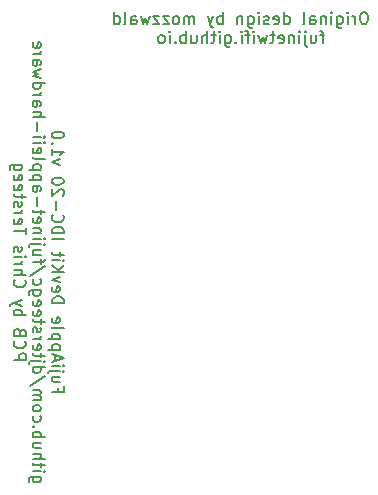
<source format=gbr>
%TF.GenerationSoftware,KiCad,Pcbnew,7.0.9*%
%TF.CreationDate,2024-01-05T00:29:13-06:00*%
%TF.ProjectId,FujiApple-DevKit-IDC-20,46756a69-4170-4706-9c65-2d4465764b69,1.0*%
%TF.SameCoordinates,Original*%
%TF.FileFunction,Legend,Bot*%
%TF.FilePolarity,Positive*%
%FSLAX46Y46*%
G04 Gerber Fmt 4.6, Leading zero omitted, Abs format (unit mm)*
G04 Created by KiCad (PCBNEW 7.0.9) date 2024-01-05 00:29:13*
%MOMM*%
%LPD*%
G01*
G04 APERTURE LIST*
%ADD10C,0.150000*%
G04 APERTURE END LIST*
D10*
X139473990Y-112520666D02*
X139473990Y-112853999D01*
X138950180Y-112853999D02*
X139950180Y-112853999D01*
X139950180Y-112853999D02*
X139950180Y-112377809D01*
X139616847Y-111568285D02*
X138950180Y-111568285D01*
X139616847Y-111996856D02*
X139093038Y-111996856D01*
X139093038Y-111996856D02*
X138997800Y-111949237D01*
X138997800Y-111949237D02*
X138950180Y-111853999D01*
X138950180Y-111853999D02*
X138950180Y-111711142D01*
X138950180Y-111711142D02*
X138997800Y-111615904D01*
X138997800Y-111615904D02*
X139045419Y-111568285D01*
X139616847Y-111092094D02*
X138759704Y-111092094D01*
X138759704Y-111092094D02*
X138664466Y-111139713D01*
X138664466Y-111139713D02*
X138616847Y-111234951D01*
X138616847Y-111234951D02*
X138616847Y-111282570D01*
X139950180Y-111092094D02*
X139902561Y-111139713D01*
X139902561Y-111139713D02*
X139854942Y-111092094D01*
X139854942Y-111092094D02*
X139902561Y-111044475D01*
X139902561Y-111044475D02*
X139950180Y-111092094D01*
X139950180Y-111092094D02*
X139854942Y-111092094D01*
X138950180Y-110615904D02*
X139616847Y-110615904D01*
X139950180Y-110615904D02*
X139902561Y-110663523D01*
X139902561Y-110663523D02*
X139854942Y-110615904D01*
X139854942Y-110615904D02*
X139902561Y-110568285D01*
X139902561Y-110568285D02*
X139950180Y-110615904D01*
X139950180Y-110615904D02*
X139854942Y-110615904D01*
X139235895Y-110187333D02*
X139235895Y-109711143D01*
X138950180Y-110282571D02*
X139950180Y-109949238D01*
X139950180Y-109949238D02*
X138950180Y-109615905D01*
X139616847Y-109282571D02*
X138616847Y-109282571D01*
X139569228Y-109282571D02*
X139616847Y-109187333D01*
X139616847Y-109187333D02*
X139616847Y-108996857D01*
X139616847Y-108996857D02*
X139569228Y-108901619D01*
X139569228Y-108901619D02*
X139521609Y-108854000D01*
X139521609Y-108854000D02*
X139426371Y-108806381D01*
X139426371Y-108806381D02*
X139140657Y-108806381D01*
X139140657Y-108806381D02*
X139045419Y-108854000D01*
X139045419Y-108854000D02*
X138997800Y-108901619D01*
X138997800Y-108901619D02*
X138950180Y-108996857D01*
X138950180Y-108996857D02*
X138950180Y-109187333D01*
X138950180Y-109187333D02*
X138997800Y-109282571D01*
X139616847Y-108377809D02*
X138616847Y-108377809D01*
X139569228Y-108377809D02*
X139616847Y-108282571D01*
X139616847Y-108282571D02*
X139616847Y-108092095D01*
X139616847Y-108092095D02*
X139569228Y-107996857D01*
X139569228Y-107996857D02*
X139521609Y-107949238D01*
X139521609Y-107949238D02*
X139426371Y-107901619D01*
X139426371Y-107901619D02*
X139140657Y-107901619D01*
X139140657Y-107901619D02*
X139045419Y-107949238D01*
X139045419Y-107949238D02*
X138997800Y-107996857D01*
X138997800Y-107996857D02*
X138950180Y-108092095D01*
X138950180Y-108092095D02*
X138950180Y-108282571D01*
X138950180Y-108282571D02*
X138997800Y-108377809D01*
X138950180Y-107330190D02*
X138997800Y-107425428D01*
X138997800Y-107425428D02*
X139093038Y-107473047D01*
X139093038Y-107473047D02*
X139950180Y-107473047D01*
X138997800Y-106568285D02*
X138950180Y-106663523D01*
X138950180Y-106663523D02*
X138950180Y-106853999D01*
X138950180Y-106853999D02*
X138997800Y-106949237D01*
X138997800Y-106949237D02*
X139093038Y-106996856D01*
X139093038Y-106996856D02*
X139473990Y-106996856D01*
X139473990Y-106996856D02*
X139569228Y-106949237D01*
X139569228Y-106949237D02*
X139616847Y-106853999D01*
X139616847Y-106853999D02*
X139616847Y-106663523D01*
X139616847Y-106663523D02*
X139569228Y-106568285D01*
X139569228Y-106568285D02*
X139473990Y-106520666D01*
X139473990Y-106520666D02*
X139378752Y-106520666D01*
X139378752Y-106520666D02*
X139283514Y-106996856D01*
X138950180Y-105330189D02*
X139950180Y-105330189D01*
X139950180Y-105330189D02*
X139950180Y-105092094D01*
X139950180Y-105092094D02*
X139902561Y-104949237D01*
X139902561Y-104949237D02*
X139807323Y-104853999D01*
X139807323Y-104853999D02*
X139712085Y-104806380D01*
X139712085Y-104806380D02*
X139521609Y-104758761D01*
X139521609Y-104758761D02*
X139378752Y-104758761D01*
X139378752Y-104758761D02*
X139188276Y-104806380D01*
X139188276Y-104806380D02*
X139093038Y-104853999D01*
X139093038Y-104853999D02*
X138997800Y-104949237D01*
X138997800Y-104949237D02*
X138950180Y-105092094D01*
X138950180Y-105092094D02*
X138950180Y-105330189D01*
X138997800Y-103949237D02*
X138950180Y-104044475D01*
X138950180Y-104044475D02*
X138950180Y-104234951D01*
X138950180Y-104234951D02*
X138997800Y-104330189D01*
X138997800Y-104330189D02*
X139093038Y-104377808D01*
X139093038Y-104377808D02*
X139473990Y-104377808D01*
X139473990Y-104377808D02*
X139569228Y-104330189D01*
X139569228Y-104330189D02*
X139616847Y-104234951D01*
X139616847Y-104234951D02*
X139616847Y-104044475D01*
X139616847Y-104044475D02*
X139569228Y-103949237D01*
X139569228Y-103949237D02*
X139473990Y-103901618D01*
X139473990Y-103901618D02*
X139378752Y-103901618D01*
X139378752Y-103901618D02*
X139283514Y-104377808D01*
X139616847Y-103568284D02*
X138950180Y-103330189D01*
X138950180Y-103330189D02*
X139616847Y-103092094D01*
X138950180Y-102711141D02*
X139950180Y-102711141D01*
X138950180Y-102139713D02*
X139521609Y-102568284D01*
X139950180Y-102139713D02*
X139378752Y-102711141D01*
X138950180Y-101711141D02*
X139616847Y-101711141D01*
X139950180Y-101711141D02*
X139902561Y-101758760D01*
X139902561Y-101758760D02*
X139854942Y-101711141D01*
X139854942Y-101711141D02*
X139902561Y-101663522D01*
X139902561Y-101663522D02*
X139950180Y-101711141D01*
X139950180Y-101711141D02*
X139854942Y-101711141D01*
X139616847Y-101377808D02*
X139616847Y-100996856D01*
X139950180Y-101234951D02*
X139093038Y-101234951D01*
X139093038Y-101234951D02*
X138997800Y-101187332D01*
X138997800Y-101187332D02*
X138950180Y-101092094D01*
X138950180Y-101092094D02*
X138950180Y-100996856D01*
X138950180Y-99901617D02*
X139950180Y-99901617D01*
X138950180Y-99425427D02*
X139950180Y-99425427D01*
X139950180Y-99425427D02*
X139950180Y-99187332D01*
X139950180Y-99187332D02*
X139902561Y-99044475D01*
X139902561Y-99044475D02*
X139807323Y-98949237D01*
X139807323Y-98949237D02*
X139712085Y-98901618D01*
X139712085Y-98901618D02*
X139521609Y-98853999D01*
X139521609Y-98853999D02*
X139378752Y-98853999D01*
X139378752Y-98853999D02*
X139188276Y-98901618D01*
X139188276Y-98901618D02*
X139093038Y-98949237D01*
X139093038Y-98949237D02*
X138997800Y-99044475D01*
X138997800Y-99044475D02*
X138950180Y-99187332D01*
X138950180Y-99187332D02*
X138950180Y-99425427D01*
X139045419Y-97853999D02*
X138997800Y-97901618D01*
X138997800Y-97901618D02*
X138950180Y-98044475D01*
X138950180Y-98044475D02*
X138950180Y-98139713D01*
X138950180Y-98139713D02*
X138997800Y-98282570D01*
X138997800Y-98282570D02*
X139093038Y-98377808D01*
X139093038Y-98377808D02*
X139188276Y-98425427D01*
X139188276Y-98425427D02*
X139378752Y-98473046D01*
X139378752Y-98473046D02*
X139521609Y-98473046D01*
X139521609Y-98473046D02*
X139712085Y-98425427D01*
X139712085Y-98425427D02*
X139807323Y-98377808D01*
X139807323Y-98377808D02*
X139902561Y-98282570D01*
X139902561Y-98282570D02*
X139950180Y-98139713D01*
X139950180Y-98139713D02*
X139950180Y-98044475D01*
X139950180Y-98044475D02*
X139902561Y-97901618D01*
X139902561Y-97901618D02*
X139854942Y-97853999D01*
X139331133Y-97425427D02*
X139331133Y-96663523D01*
X139854942Y-96234951D02*
X139902561Y-96187332D01*
X139902561Y-96187332D02*
X139950180Y-96092094D01*
X139950180Y-96092094D02*
X139950180Y-95853999D01*
X139950180Y-95853999D02*
X139902561Y-95758761D01*
X139902561Y-95758761D02*
X139854942Y-95711142D01*
X139854942Y-95711142D02*
X139759704Y-95663523D01*
X139759704Y-95663523D02*
X139664466Y-95663523D01*
X139664466Y-95663523D02*
X139521609Y-95711142D01*
X139521609Y-95711142D02*
X138950180Y-96282570D01*
X138950180Y-96282570D02*
X138950180Y-95663523D01*
X139950180Y-95044475D02*
X139950180Y-94949237D01*
X139950180Y-94949237D02*
X139902561Y-94853999D01*
X139902561Y-94853999D02*
X139854942Y-94806380D01*
X139854942Y-94806380D02*
X139759704Y-94758761D01*
X139759704Y-94758761D02*
X139569228Y-94711142D01*
X139569228Y-94711142D02*
X139331133Y-94711142D01*
X139331133Y-94711142D02*
X139140657Y-94758761D01*
X139140657Y-94758761D02*
X139045419Y-94806380D01*
X139045419Y-94806380D02*
X138997800Y-94853999D01*
X138997800Y-94853999D02*
X138950180Y-94949237D01*
X138950180Y-94949237D02*
X138950180Y-95044475D01*
X138950180Y-95044475D02*
X138997800Y-95139713D01*
X138997800Y-95139713D02*
X139045419Y-95187332D01*
X139045419Y-95187332D02*
X139140657Y-95234951D01*
X139140657Y-95234951D02*
X139331133Y-95282570D01*
X139331133Y-95282570D02*
X139569228Y-95282570D01*
X139569228Y-95282570D02*
X139759704Y-95234951D01*
X139759704Y-95234951D02*
X139854942Y-95187332D01*
X139854942Y-95187332D02*
X139902561Y-95139713D01*
X139902561Y-95139713D02*
X139950180Y-95044475D01*
X139616847Y-93615903D02*
X138950180Y-93377808D01*
X138950180Y-93377808D02*
X139616847Y-93139713D01*
X138950180Y-92234951D02*
X138950180Y-92806379D01*
X138950180Y-92520665D02*
X139950180Y-92520665D01*
X139950180Y-92520665D02*
X139807323Y-92615903D01*
X139807323Y-92615903D02*
X139712085Y-92711141D01*
X139712085Y-92711141D02*
X139664466Y-92806379D01*
X139045419Y-91806379D02*
X138997800Y-91758760D01*
X138997800Y-91758760D02*
X138950180Y-91806379D01*
X138950180Y-91806379D02*
X138997800Y-91853998D01*
X138997800Y-91853998D02*
X139045419Y-91806379D01*
X139045419Y-91806379D02*
X138950180Y-91806379D01*
X139950180Y-91139713D02*
X139950180Y-91044475D01*
X139950180Y-91044475D02*
X139902561Y-90949237D01*
X139902561Y-90949237D02*
X139854942Y-90901618D01*
X139854942Y-90901618D02*
X139759704Y-90853999D01*
X139759704Y-90853999D02*
X139569228Y-90806380D01*
X139569228Y-90806380D02*
X139331133Y-90806380D01*
X139331133Y-90806380D02*
X139140657Y-90853999D01*
X139140657Y-90853999D02*
X139045419Y-90901618D01*
X139045419Y-90901618D02*
X138997800Y-90949237D01*
X138997800Y-90949237D02*
X138950180Y-91044475D01*
X138950180Y-91044475D02*
X138950180Y-91139713D01*
X138950180Y-91139713D02*
X138997800Y-91234951D01*
X138997800Y-91234951D02*
X139045419Y-91282570D01*
X139045419Y-91282570D02*
X139140657Y-91330189D01*
X139140657Y-91330189D02*
X139331133Y-91377808D01*
X139331133Y-91377808D02*
X139569228Y-91377808D01*
X139569228Y-91377808D02*
X139759704Y-91330189D01*
X139759704Y-91330189D02*
X139854942Y-91282570D01*
X139854942Y-91282570D02*
X139902561Y-91234951D01*
X139902561Y-91234951D02*
X139950180Y-91139713D01*
X138006847Y-120020667D02*
X137197323Y-120020667D01*
X137197323Y-120020667D02*
X137102085Y-120068286D01*
X137102085Y-120068286D02*
X137054466Y-120115905D01*
X137054466Y-120115905D02*
X137006847Y-120211143D01*
X137006847Y-120211143D02*
X137006847Y-120354000D01*
X137006847Y-120354000D02*
X137054466Y-120449238D01*
X137387800Y-120020667D02*
X137340180Y-120115905D01*
X137340180Y-120115905D02*
X137340180Y-120306381D01*
X137340180Y-120306381D02*
X137387800Y-120401619D01*
X137387800Y-120401619D02*
X137435419Y-120449238D01*
X137435419Y-120449238D02*
X137530657Y-120496857D01*
X137530657Y-120496857D02*
X137816371Y-120496857D01*
X137816371Y-120496857D02*
X137911609Y-120449238D01*
X137911609Y-120449238D02*
X137959228Y-120401619D01*
X137959228Y-120401619D02*
X138006847Y-120306381D01*
X138006847Y-120306381D02*
X138006847Y-120115905D01*
X138006847Y-120115905D02*
X137959228Y-120020667D01*
X137340180Y-119544476D02*
X138006847Y-119544476D01*
X138340180Y-119544476D02*
X138292561Y-119592095D01*
X138292561Y-119592095D02*
X138244942Y-119544476D01*
X138244942Y-119544476D02*
X138292561Y-119496857D01*
X138292561Y-119496857D02*
X138340180Y-119544476D01*
X138340180Y-119544476D02*
X138244942Y-119544476D01*
X138006847Y-119211143D02*
X138006847Y-118830191D01*
X138340180Y-119068286D02*
X137483038Y-119068286D01*
X137483038Y-119068286D02*
X137387800Y-119020667D01*
X137387800Y-119020667D02*
X137340180Y-118925429D01*
X137340180Y-118925429D02*
X137340180Y-118830191D01*
X137340180Y-118496857D02*
X138340180Y-118496857D01*
X137340180Y-118068286D02*
X137863990Y-118068286D01*
X137863990Y-118068286D02*
X137959228Y-118115905D01*
X137959228Y-118115905D02*
X138006847Y-118211143D01*
X138006847Y-118211143D02*
X138006847Y-118354000D01*
X138006847Y-118354000D02*
X137959228Y-118449238D01*
X137959228Y-118449238D02*
X137911609Y-118496857D01*
X138006847Y-117163524D02*
X137340180Y-117163524D01*
X138006847Y-117592095D02*
X137483038Y-117592095D01*
X137483038Y-117592095D02*
X137387800Y-117544476D01*
X137387800Y-117544476D02*
X137340180Y-117449238D01*
X137340180Y-117449238D02*
X137340180Y-117306381D01*
X137340180Y-117306381D02*
X137387800Y-117211143D01*
X137387800Y-117211143D02*
X137435419Y-117163524D01*
X137340180Y-116687333D02*
X138340180Y-116687333D01*
X137959228Y-116687333D02*
X138006847Y-116592095D01*
X138006847Y-116592095D02*
X138006847Y-116401619D01*
X138006847Y-116401619D02*
X137959228Y-116306381D01*
X137959228Y-116306381D02*
X137911609Y-116258762D01*
X137911609Y-116258762D02*
X137816371Y-116211143D01*
X137816371Y-116211143D02*
X137530657Y-116211143D01*
X137530657Y-116211143D02*
X137435419Y-116258762D01*
X137435419Y-116258762D02*
X137387800Y-116306381D01*
X137387800Y-116306381D02*
X137340180Y-116401619D01*
X137340180Y-116401619D02*
X137340180Y-116592095D01*
X137340180Y-116592095D02*
X137387800Y-116687333D01*
X137435419Y-115782571D02*
X137387800Y-115734952D01*
X137387800Y-115734952D02*
X137340180Y-115782571D01*
X137340180Y-115782571D02*
X137387800Y-115830190D01*
X137387800Y-115830190D02*
X137435419Y-115782571D01*
X137435419Y-115782571D02*
X137340180Y-115782571D01*
X137387800Y-114877810D02*
X137340180Y-114973048D01*
X137340180Y-114973048D02*
X137340180Y-115163524D01*
X137340180Y-115163524D02*
X137387800Y-115258762D01*
X137387800Y-115258762D02*
X137435419Y-115306381D01*
X137435419Y-115306381D02*
X137530657Y-115354000D01*
X137530657Y-115354000D02*
X137816371Y-115354000D01*
X137816371Y-115354000D02*
X137911609Y-115306381D01*
X137911609Y-115306381D02*
X137959228Y-115258762D01*
X137959228Y-115258762D02*
X138006847Y-115163524D01*
X138006847Y-115163524D02*
X138006847Y-114973048D01*
X138006847Y-114973048D02*
X137959228Y-114877810D01*
X137340180Y-114306381D02*
X137387800Y-114401619D01*
X137387800Y-114401619D02*
X137435419Y-114449238D01*
X137435419Y-114449238D02*
X137530657Y-114496857D01*
X137530657Y-114496857D02*
X137816371Y-114496857D01*
X137816371Y-114496857D02*
X137911609Y-114449238D01*
X137911609Y-114449238D02*
X137959228Y-114401619D01*
X137959228Y-114401619D02*
X138006847Y-114306381D01*
X138006847Y-114306381D02*
X138006847Y-114163524D01*
X138006847Y-114163524D02*
X137959228Y-114068286D01*
X137959228Y-114068286D02*
X137911609Y-114020667D01*
X137911609Y-114020667D02*
X137816371Y-113973048D01*
X137816371Y-113973048D02*
X137530657Y-113973048D01*
X137530657Y-113973048D02*
X137435419Y-114020667D01*
X137435419Y-114020667D02*
X137387800Y-114068286D01*
X137387800Y-114068286D02*
X137340180Y-114163524D01*
X137340180Y-114163524D02*
X137340180Y-114306381D01*
X137340180Y-113544476D02*
X138006847Y-113544476D01*
X137911609Y-113544476D02*
X137959228Y-113496857D01*
X137959228Y-113496857D02*
X138006847Y-113401619D01*
X138006847Y-113401619D02*
X138006847Y-113258762D01*
X138006847Y-113258762D02*
X137959228Y-113163524D01*
X137959228Y-113163524D02*
X137863990Y-113115905D01*
X137863990Y-113115905D02*
X137340180Y-113115905D01*
X137863990Y-113115905D02*
X137959228Y-113068286D01*
X137959228Y-113068286D02*
X138006847Y-112973048D01*
X138006847Y-112973048D02*
X138006847Y-112830191D01*
X138006847Y-112830191D02*
X137959228Y-112734952D01*
X137959228Y-112734952D02*
X137863990Y-112687333D01*
X137863990Y-112687333D02*
X137340180Y-112687333D01*
X138387800Y-111496858D02*
X137102085Y-112354000D01*
X137340180Y-110734953D02*
X138340180Y-110734953D01*
X137387800Y-110734953D02*
X137340180Y-110830191D01*
X137340180Y-110830191D02*
X137340180Y-111020667D01*
X137340180Y-111020667D02*
X137387800Y-111115905D01*
X137387800Y-111115905D02*
X137435419Y-111163524D01*
X137435419Y-111163524D02*
X137530657Y-111211143D01*
X137530657Y-111211143D02*
X137816371Y-111211143D01*
X137816371Y-111211143D02*
X137911609Y-111163524D01*
X137911609Y-111163524D02*
X137959228Y-111115905D01*
X137959228Y-111115905D02*
X138006847Y-111020667D01*
X138006847Y-111020667D02*
X138006847Y-110830191D01*
X138006847Y-110830191D02*
X137959228Y-110734953D01*
X138006847Y-110258762D02*
X137149704Y-110258762D01*
X137149704Y-110258762D02*
X137054466Y-110306381D01*
X137054466Y-110306381D02*
X137006847Y-110401619D01*
X137006847Y-110401619D02*
X137006847Y-110449238D01*
X138340180Y-110258762D02*
X138292561Y-110306381D01*
X138292561Y-110306381D02*
X138244942Y-110258762D01*
X138244942Y-110258762D02*
X138292561Y-110211143D01*
X138292561Y-110211143D02*
X138340180Y-110258762D01*
X138340180Y-110258762D02*
X138244942Y-110258762D01*
X138006847Y-109925429D02*
X138006847Y-109544477D01*
X138340180Y-109782572D02*
X137483038Y-109782572D01*
X137483038Y-109782572D02*
X137387800Y-109734953D01*
X137387800Y-109734953D02*
X137340180Y-109639715D01*
X137340180Y-109639715D02*
X137340180Y-109544477D01*
X137387800Y-108830191D02*
X137340180Y-108925429D01*
X137340180Y-108925429D02*
X137340180Y-109115905D01*
X137340180Y-109115905D02*
X137387800Y-109211143D01*
X137387800Y-109211143D02*
X137483038Y-109258762D01*
X137483038Y-109258762D02*
X137863990Y-109258762D01*
X137863990Y-109258762D02*
X137959228Y-109211143D01*
X137959228Y-109211143D02*
X138006847Y-109115905D01*
X138006847Y-109115905D02*
X138006847Y-108925429D01*
X138006847Y-108925429D02*
X137959228Y-108830191D01*
X137959228Y-108830191D02*
X137863990Y-108782572D01*
X137863990Y-108782572D02*
X137768752Y-108782572D01*
X137768752Y-108782572D02*
X137673514Y-109258762D01*
X137340180Y-108354000D02*
X138006847Y-108354000D01*
X137816371Y-108354000D02*
X137911609Y-108306381D01*
X137911609Y-108306381D02*
X137959228Y-108258762D01*
X137959228Y-108258762D02*
X138006847Y-108163524D01*
X138006847Y-108163524D02*
X138006847Y-108068286D01*
X137387800Y-107782571D02*
X137340180Y-107687333D01*
X137340180Y-107687333D02*
X137340180Y-107496857D01*
X137340180Y-107496857D02*
X137387800Y-107401619D01*
X137387800Y-107401619D02*
X137483038Y-107354000D01*
X137483038Y-107354000D02*
X137530657Y-107354000D01*
X137530657Y-107354000D02*
X137625895Y-107401619D01*
X137625895Y-107401619D02*
X137673514Y-107496857D01*
X137673514Y-107496857D02*
X137673514Y-107639714D01*
X137673514Y-107639714D02*
X137721133Y-107734952D01*
X137721133Y-107734952D02*
X137816371Y-107782571D01*
X137816371Y-107782571D02*
X137863990Y-107782571D01*
X137863990Y-107782571D02*
X137959228Y-107734952D01*
X137959228Y-107734952D02*
X138006847Y-107639714D01*
X138006847Y-107639714D02*
X138006847Y-107496857D01*
X138006847Y-107496857D02*
X137959228Y-107401619D01*
X138006847Y-107068285D02*
X138006847Y-106687333D01*
X138340180Y-106925428D02*
X137483038Y-106925428D01*
X137483038Y-106925428D02*
X137387800Y-106877809D01*
X137387800Y-106877809D02*
X137340180Y-106782571D01*
X137340180Y-106782571D02*
X137340180Y-106687333D01*
X137387800Y-105973047D02*
X137340180Y-106068285D01*
X137340180Y-106068285D02*
X137340180Y-106258761D01*
X137340180Y-106258761D02*
X137387800Y-106353999D01*
X137387800Y-106353999D02*
X137483038Y-106401618D01*
X137483038Y-106401618D02*
X137863990Y-106401618D01*
X137863990Y-106401618D02*
X137959228Y-106353999D01*
X137959228Y-106353999D02*
X138006847Y-106258761D01*
X138006847Y-106258761D02*
X138006847Y-106068285D01*
X138006847Y-106068285D02*
X137959228Y-105973047D01*
X137959228Y-105973047D02*
X137863990Y-105925428D01*
X137863990Y-105925428D02*
X137768752Y-105925428D01*
X137768752Y-105925428D02*
X137673514Y-106401618D01*
X137387800Y-105115904D02*
X137340180Y-105211142D01*
X137340180Y-105211142D02*
X137340180Y-105401618D01*
X137340180Y-105401618D02*
X137387800Y-105496856D01*
X137387800Y-105496856D02*
X137483038Y-105544475D01*
X137483038Y-105544475D02*
X137863990Y-105544475D01*
X137863990Y-105544475D02*
X137959228Y-105496856D01*
X137959228Y-105496856D02*
X138006847Y-105401618D01*
X138006847Y-105401618D02*
X138006847Y-105211142D01*
X138006847Y-105211142D02*
X137959228Y-105115904D01*
X137959228Y-105115904D02*
X137863990Y-105068285D01*
X137863990Y-105068285D02*
X137768752Y-105068285D01*
X137768752Y-105068285D02*
X137673514Y-105544475D01*
X138006847Y-104211142D02*
X137197323Y-104211142D01*
X137197323Y-104211142D02*
X137102085Y-104258761D01*
X137102085Y-104258761D02*
X137054466Y-104306380D01*
X137054466Y-104306380D02*
X137006847Y-104401618D01*
X137006847Y-104401618D02*
X137006847Y-104544475D01*
X137006847Y-104544475D02*
X137054466Y-104639713D01*
X137387800Y-104211142D02*
X137340180Y-104306380D01*
X137340180Y-104306380D02*
X137340180Y-104496856D01*
X137340180Y-104496856D02*
X137387800Y-104592094D01*
X137387800Y-104592094D02*
X137435419Y-104639713D01*
X137435419Y-104639713D02*
X137530657Y-104687332D01*
X137530657Y-104687332D02*
X137816371Y-104687332D01*
X137816371Y-104687332D02*
X137911609Y-104639713D01*
X137911609Y-104639713D02*
X137959228Y-104592094D01*
X137959228Y-104592094D02*
X138006847Y-104496856D01*
X138006847Y-104496856D02*
X138006847Y-104306380D01*
X138006847Y-104306380D02*
X137959228Y-104211142D01*
X137387800Y-103306380D02*
X137340180Y-103401618D01*
X137340180Y-103401618D02*
X137340180Y-103592094D01*
X137340180Y-103592094D02*
X137387800Y-103687332D01*
X137387800Y-103687332D02*
X137435419Y-103734951D01*
X137435419Y-103734951D02*
X137530657Y-103782570D01*
X137530657Y-103782570D02*
X137816371Y-103782570D01*
X137816371Y-103782570D02*
X137911609Y-103734951D01*
X137911609Y-103734951D02*
X137959228Y-103687332D01*
X137959228Y-103687332D02*
X138006847Y-103592094D01*
X138006847Y-103592094D02*
X138006847Y-103401618D01*
X138006847Y-103401618D02*
X137959228Y-103306380D01*
X138387800Y-102163523D02*
X137102085Y-103020665D01*
X138006847Y-101973046D02*
X138006847Y-101592094D01*
X137340180Y-101830189D02*
X138197323Y-101830189D01*
X138197323Y-101830189D02*
X138292561Y-101782570D01*
X138292561Y-101782570D02*
X138340180Y-101687332D01*
X138340180Y-101687332D02*
X138340180Y-101592094D01*
X138006847Y-100830189D02*
X137340180Y-100830189D01*
X138006847Y-101258760D02*
X137483038Y-101258760D01*
X137483038Y-101258760D02*
X137387800Y-101211141D01*
X137387800Y-101211141D02*
X137340180Y-101115903D01*
X137340180Y-101115903D02*
X137340180Y-100973046D01*
X137340180Y-100973046D02*
X137387800Y-100877808D01*
X137387800Y-100877808D02*
X137435419Y-100830189D01*
X138006847Y-100353998D02*
X137149704Y-100353998D01*
X137149704Y-100353998D02*
X137054466Y-100401617D01*
X137054466Y-100401617D02*
X137006847Y-100496855D01*
X137006847Y-100496855D02*
X137006847Y-100544474D01*
X138340180Y-100353998D02*
X138292561Y-100401617D01*
X138292561Y-100401617D02*
X138244942Y-100353998D01*
X138244942Y-100353998D02*
X138292561Y-100306379D01*
X138292561Y-100306379D02*
X138340180Y-100353998D01*
X138340180Y-100353998D02*
X138244942Y-100353998D01*
X137340180Y-99877808D02*
X138006847Y-99877808D01*
X138340180Y-99877808D02*
X138292561Y-99925427D01*
X138292561Y-99925427D02*
X138244942Y-99877808D01*
X138244942Y-99877808D02*
X138292561Y-99830189D01*
X138292561Y-99830189D02*
X138340180Y-99877808D01*
X138340180Y-99877808D02*
X138244942Y-99877808D01*
X138006847Y-99401618D02*
X137340180Y-99401618D01*
X137911609Y-99401618D02*
X137959228Y-99353999D01*
X137959228Y-99353999D02*
X138006847Y-99258761D01*
X138006847Y-99258761D02*
X138006847Y-99115904D01*
X138006847Y-99115904D02*
X137959228Y-99020666D01*
X137959228Y-99020666D02*
X137863990Y-98973047D01*
X137863990Y-98973047D02*
X137340180Y-98973047D01*
X137387800Y-98115904D02*
X137340180Y-98211142D01*
X137340180Y-98211142D02*
X137340180Y-98401618D01*
X137340180Y-98401618D02*
X137387800Y-98496856D01*
X137387800Y-98496856D02*
X137483038Y-98544475D01*
X137483038Y-98544475D02*
X137863990Y-98544475D01*
X137863990Y-98544475D02*
X137959228Y-98496856D01*
X137959228Y-98496856D02*
X138006847Y-98401618D01*
X138006847Y-98401618D02*
X138006847Y-98211142D01*
X138006847Y-98211142D02*
X137959228Y-98115904D01*
X137959228Y-98115904D02*
X137863990Y-98068285D01*
X137863990Y-98068285D02*
X137768752Y-98068285D01*
X137768752Y-98068285D02*
X137673514Y-98544475D01*
X138006847Y-97782570D02*
X138006847Y-97401618D01*
X138340180Y-97639713D02*
X137483038Y-97639713D01*
X137483038Y-97639713D02*
X137387800Y-97592094D01*
X137387800Y-97592094D02*
X137340180Y-97496856D01*
X137340180Y-97496856D02*
X137340180Y-97401618D01*
X137721133Y-97068284D02*
X137721133Y-96306380D01*
X137340180Y-95401618D02*
X137863990Y-95401618D01*
X137863990Y-95401618D02*
X137959228Y-95449237D01*
X137959228Y-95449237D02*
X138006847Y-95544475D01*
X138006847Y-95544475D02*
X138006847Y-95734951D01*
X138006847Y-95734951D02*
X137959228Y-95830189D01*
X137387800Y-95401618D02*
X137340180Y-95496856D01*
X137340180Y-95496856D02*
X137340180Y-95734951D01*
X137340180Y-95734951D02*
X137387800Y-95830189D01*
X137387800Y-95830189D02*
X137483038Y-95877808D01*
X137483038Y-95877808D02*
X137578276Y-95877808D01*
X137578276Y-95877808D02*
X137673514Y-95830189D01*
X137673514Y-95830189D02*
X137721133Y-95734951D01*
X137721133Y-95734951D02*
X137721133Y-95496856D01*
X137721133Y-95496856D02*
X137768752Y-95401618D01*
X138006847Y-94925427D02*
X137006847Y-94925427D01*
X137959228Y-94925427D02*
X138006847Y-94830189D01*
X138006847Y-94830189D02*
X138006847Y-94639713D01*
X138006847Y-94639713D02*
X137959228Y-94544475D01*
X137959228Y-94544475D02*
X137911609Y-94496856D01*
X137911609Y-94496856D02*
X137816371Y-94449237D01*
X137816371Y-94449237D02*
X137530657Y-94449237D01*
X137530657Y-94449237D02*
X137435419Y-94496856D01*
X137435419Y-94496856D02*
X137387800Y-94544475D01*
X137387800Y-94544475D02*
X137340180Y-94639713D01*
X137340180Y-94639713D02*
X137340180Y-94830189D01*
X137340180Y-94830189D02*
X137387800Y-94925427D01*
X138006847Y-94020665D02*
X137006847Y-94020665D01*
X137959228Y-94020665D02*
X138006847Y-93925427D01*
X138006847Y-93925427D02*
X138006847Y-93734951D01*
X138006847Y-93734951D02*
X137959228Y-93639713D01*
X137959228Y-93639713D02*
X137911609Y-93592094D01*
X137911609Y-93592094D02*
X137816371Y-93544475D01*
X137816371Y-93544475D02*
X137530657Y-93544475D01*
X137530657Y-93544475D02*
X137435419Y-93592094D01*
X137435419Y-93592094D02*
X137387800Y-93639713D01*
X137387800Y-93639713D02*
X137340180Y-93734951D01*
X137340180Y-93734951D02*
X137340180Y-93925427D01*
X137340180Y-93925427D02*
X137387800Y-94020665D01*
X137340180Y-92973046D02*
X137387800Y-93068284D01*
X137387800Y-93068284D02*
X137483038Y-93115903D01*
X137483038Y-93115903D02*
X138340180Y-93115903D01*
X137387800Y-92211141D02*
X137340180Y-92306379D01*
X137340180Y-92306379D02*
X137340180Y-92496855D01*
X137340180Y-92496855D02*
X137387800Y-92592093D01*
X137387800Y-92592093D02*
X137483038Y-92639712D01*
X137483038Y-92639712D02*
X137863990Y-92639712D01*
X137863990Y-92639712D02*
X137959228Y-92592093D01*
X137959228Y-92592093D02*
X138006847Y-92496855D01*
X138006847Y-92496855D02*
X138006847Y-92306379D01*
X138006847Y-92306379D02*
X137959228Y-92211141D01*
X137959228Y-92211141D02*
X137863990Y-92163522D01*
X137863990Y-92163522D02*
X137768752Y-92163522D01*
X137768752Y-92163522D02*
X137673514Y-92639712D01*
X137340180Y-91734950D02*
X138006847Y-91734950D01*
X138340180Y-91734950D02*
X138292561Y-91782569D01*
X138292561Y-91782569D02*
X138244942Y-91734950D01*
X138244942Y-91734950D02*
X138292561Y-91687331D01*
X138292561Y-91687331D02*
X138340180Y-91734950D01*
X138340180Y-91734950D02*
X138244942Y-91734950D01*
X137340180Y-91258760D02*
X138006847Y-91258760D01*
X138340180Y-91258760D02*
X138292561Y-91306379D01*
X138292561Y-91306379D02*
X138244942Y-91258760D01*
X138244942Y-91258760D02*
X138292561Y-91211141D01*
X138292561Y-91211141D02*
X138340180Y-91258760D01*
X138340180Y-91258760D02*
X138244942Y-91258760D01*
X137721133Y-90782570D02*
X137721133Y-90020666D01*
X137340180Y-89544475D02*
X138340180Y-89544475D01*
X137340180Y-89115904D02*
X137863990Y-89115904D01*
X137863990Y-89115904D02*
X137959228Y-89163523D01*
X137959228Y-89163523D02*
X138006847Y-89258761D01*
X138006847Y-89258761D02*
X138006847Y-89401618D01*
X138006847Y-89401618D02*
X137959228Y-89496856D01*
X137959228Y-89496856D02*
X137911609Y-89544475D01*
X137340180Y-88211142D02*
X137863990Y-88211142D01*
X137863990Y-88211142D02*
X137959228Y-88258761D01*
X137959228Y-88258761D02*
X138006847Y-88353999D01*
X138006847Y-88353999D02*
X138006847Y-88544475D01*
X138006847Y-88544475D02*
X137959228Y-88639713D01*
X137387800Y-88211142D02*
X137340180Y-88306380D01*
X137340180Y-88306380D02*
X137340180Y-88544475D01*
X137340180Y-88544475D02*
X137387800Y-88639713D01*
X137387800Y-88639713D02*
X137483038Y-88687332D01*
X137483038Y-88687332D02*
X137578276Y-88687332D01*
X137578276Y-88687332D02*
X137673514Y-88639713D01*
X137673514Y-88639713D02*
X137721133Y-88544475D01*
X137721133Y-88544475D02*
X137721133Y-88306380D01*
X137721133Y-88306380D02*
X137768752Y-88211142D01*
X137340180Y-87734951D02*
X138006847Y-87734951D01*
X137816371Y-87734951D02*
X137911609Y-87687332D01*
X137911609Y-87687332D02*
X137959228Y-87639713D01*
X137959228Y-87639713D02*
X138006847Y-87544475D01*
X138006847Y-87544475D02*
X138006847Y-87449237D01*
X137340180Y-86687332D02*
X138340180Y-86687332D01*
X137387800Y-86687332D02*
X137340180Y-86782570D01*
X137340180Y-86782570D02*
X137340180Y-86973046D01*
X137340180Y-86973046D02*
X137387800Y-87068284D01*
X137387800Y-87068284D02*
X137435419Y-87115903D01*
X137435419Y-87115903D02*
X137530657Y-87163522D01*
X137530657Y-87163522D02*
X137816371Y-87163522D01*
X137816371Y-87163522D02*
X137911609Y-87115903D01*
X137911609Y-87115903D02*
X137959228Y-87068284D01*
X137959228Y-87068284D02*
X138006847Y-86973046D01*
X138006847Y-86973046D02*
X138006847Y-86782570D01*
X138006847Y-86782570D02*
X137959228Y-86687332D01*
X138006847Y-86306379D02*
X137340180Y-86115903D01*
X137340180Y-86115903D02*
X137816371Y-85925427D01*
X137816371Y-85925427D02*
X137340180Y-85734951D01*
X137340180Y-85734951D02*
X138006847Y-85544475D01*
X137340180Y-84734951D02*
X137863990Y-84734951D01*
X137863990Y-84734951D02*
X137959228Y-84782570D01*
X137959228Y-84782570D02*
X138006847Y-84877808D01*
X138006847Y-84877808D02*
X138006847Y-85068284D01*
X138006847Y-85068284D02*
X137959228Y-85163522D01*
X137387800Y-84734951D02*
X137340180Y-84830189D01*
X137340180Y-84830189D02*
X137340180Y-85068284D01*
X137340180Y-85068284D02*
X137387800Y-85163522D01*
X137387800Y-85163522D02*
X137483038Y-85211141D01*
X137483038Y-85211141D02*
X137578276Y-85211141D01*
X137578276Y-85211141D02*
X137673514Y-85163522D01*
X137673514Y-85163522D02*
X137721133Y-85068284D01*
X137721133Y-85068284D02*
X137721133Y-84830189D01*
X137721133Y-84830189D02*
X137768752Y-84734951D01*
X137340180Y-84258760D02*
X138006847Y-84258760D01*
X137816371Y-84258760D02*
X137911609Y-84211141D01*
X137911609Y-84211141D02*
X137959228Y-84163522D01*
X137959228Y-84163522D02*
X138006847Y-84068284D01*
X138006847Y-84068284D02*
X138006847Y-83973046D01*
X137387800Y-83258760D02*
X137340180Y-83353998D01*
X137340180Y-83353998D02*
X137340180Y-83544474D01*
X137340180Y-83544474D02*
X137387800Y-83639712D01*
X137387800Y-83639712D02*
X137483038Y-83687331D01*
X137483038Y-83687331D02*
X137863990Y-83687331D01*
X137863990Y-83687331D02*
X137959228Y-83639712D01*
X137959228Y-83639712D02*
X138006847Y-83544474D01*
X138006847Y-83544474D02*
X138006847Y-83353998D01*
X138006847Y-83353998D02*
X137959228Y-83258760D01*
X137959228Y-83258760D02*
X137863990Y-83211141D01*
X137863990Y-83211141D02*
X137768752Y-83211141D01*
X137768752Y-83211141D02*
X137673514Y-83687331D01*
X135730180Y-110115905D02*
X136730180Y-110115905D01*
X136730180Y-110115905D02*
X136730180Y-109734953D01*
X136730180Y-109734953D02*
X136682561Y-109639715D01*
X136682561Y-109639715D02*
X136634942Y-109592096D01*
X136634942Y-109592096D02*
X136539704Y-109544477D01*
X136539704Y-109544477D02*
X136396847Y-109544477D01*
X136396847Y-109544477D02*
X136301609Y-109592096D01*
X136301609Y-109592096D02*
X136253990Y-109639715D01*
X136253990Y-109639715D02*
X136206371Y-109734953D01*
X136206371Y-109734953D02*
X136206371Y-110115905D01*
X135825419Y-108544477D02*
X135777800Y-108592096D01*
X135777800Y-108592096D02*
X135730180Y-108734953D01*
X135730180Y-108734953D02*
X135730180Y-108830191D01*
X135730180Y-108830191D02*
X135777800Y-108973048D01*
X135777800Y-108973048D02*
X135873038Y-109068286D01*
X135873038Y-109068286D02*
X135968276Y-109115905D01*
X135968276Y-109115905D02*
X136158752Y-109163524D01*
X136158752Y-109163524D02*
X136301609Y-109163524D01*
X136301609Y-109163524D02*
X136492085Y-109115905D01*
X136492085Y-109115905D02*
X136587323Y-109068286D01*
X136587323Y-109068286D02*
X136682561Y-108973048D01*
X136682561Y-108973048D02*
X136730180Y-108830191D01*
X136730180Y-108830191D02*
X136730180Y-108734953D01*
X136730180Y-108734953D02*
X136682561Y-108592096D01*
X136682561Y-108592096D02*
X136634942Y-108544477D01*
X136253990Y-107782572D02*
X136206371Y-107639715D01*
X136206371Y-107639715D02*
X136158752Y-107592096D01*
X136158752Y-107592096D02*
X136063514Y-107544477D01*
X136063514Y-107544477D02*
X135920657Y-107544477D01*
X135920657Y-107544477D02*
X135825419Y-107592096D01*
X135825419Y-107592096D02*
X135777800Y-107639715D01*
X135777800Y-107639715D02*
X135730180Y-107734953D01*
X135730180Y-107734953D02*
X135730180Y-108115905D01*
X135730180Y-108115905D02*
X136730180Y-108115905D01*
X136730180Y-108115905D02*
X136730180Y-107782572D01*
X136730180Y-107782572D02*
X136682561Y-107687334D01*
X136682561Y-107687334D02*
X136634942Y-107639715D01*
X136634942Y-107639715D02*
X136539704Y-107592096D01*
X136539704Y-107592096D02*
X136444466Y-107592096D01*
X136444466Y-107592096D02*
X136349228Y-107639715D01*
X136349228Y-107639715D02*
X136301609Y-107687334D01*
X136301609Y-107687334D02*
X136253990Y-107782572D01*
X136253990Y-107782572D02*
X136253990Y-108115905D01*
X135730180Y-106354000D02*
X136730180Y-106354000D01*
X136349228Y-106354000D02*
X136396847Y-106258762D01*
X136396847Y-106258762D02*
X136396847Y-106068286D01*
X136396847Y-106068286D02*
X136349228Y-105973048D01*
X136349228Y-105973048D02*
X136301609Y-105925429D01*
X136301609Y-105925429D02*
X136206371Y-105877810D01*
X136206371Y-105877810D02*
X135920657Y-105877810D01*
X135920657Y-105877810D02*
X135825419Y-105925429D01*
X135825419Y-105925429D02*
X135777800Y-105973048D01*
X135777800Y-105973048D02*
X135730180Y-106068286D01*
X135730180Y-106068286D02*
X135730180Y-106258762D01*
X135730180Y-106258762D02*
X135777800Y-106354000D01*
X136396847Y-105544476D02*
X135730180Y-105306381D01*
X136396847Y-105068286D02*
X135730180Y-105306381D01*
X135730180Y-105306381D02*
X135492085Y-105401619D01*
X135492085Y-105401619D02*
X135444466Y-105449238D01*
X135444466Y-105449238D02*
X135396847Y-105544476D01*
X135825419Y-103354000D02*
X135777800Y-103401619D01*
X135777800Y-103401619D02*
X135730180Y-103544476D01*
X135730180Y-103544476D02*
X135730180Y-103639714D01*
X135730180Y-103639714D02*
X135777800Y-103782571D01*
X135777800Y-103782571D02*
X135873038Y-103877809D01*
X135873038Y-103877809D02*
X135968276Y-103925428D01*
X135968276Y-103925428D02*
X136158752Y-103973047D01*
X136158752Y-103973047D02*
X136301609Y-103973047D01*
X136301609Y-103973047D02*
X136492085Y-103925428D01*
X136492085Y-103925428D02*
X136587323Y-103877809D01*
X136587323Y-103877809D02*
X136682561Y-103782571D01*
X136682561Y-103782571D02*
X136730180Y-103639714D01*
X136730180Y-103639714D02*
X136730180Y-103544476D01*
X136730180Y-103544476D02*
X136682561Y-103401619D01*
X136682561Y-103401619D02*
X136634942Y-103354000D01*
X135730180Y-102925428D02*
X136730180Y-102925428D01*
X135730180Y-102496857D02*
X136253990Y-102496857D01*
X136253990Y-102496857D02*
X136349228Y-102544476D01*
X136349228Y-102544476D02*
X136396847Y-102639714D01*
X136396847Y-102639714D02*
X136396847Y-102782571D01*
X136396847Y-102782571D02*
X136349228Y-102877809D01*
X136349228Y-102877809D02*
X136301609Y-102925428D01*
X135730180Y-102020666D02*
X136396847Y-102020666D01*
X136206371Y-102020666D02*
X136301609Y-101973047D01*
X136301609Y-101973047D02*
X136349228Y-101925428D01*
X136349228Y-101925428D02*
X136396847Y-101830190D01*
X136396847Y-101830190D02*
X136396847Y-101734952D01*
X135730180Y-101401618D02*
X136396847Y-101401618D01*
X136730180Y-101401618D02*
X136682561Y-101449237D01*
X136682561Y-101449237D02*
X136634942Y-101401618D01*
X136634942Y-101401618D02*
X136682561Y-101353999D01*
X136682561Y-101353999D02*
X136730180Y-101401618D01*
X136730180Y-101401618D02*
X136634942Y-101401618D01*
X135777800Y-100973047D02*
X135730180Y-100877809D01*
X135730180Y-100877809D02*
X135730180Y-100687333D01*
X135730180Y-100687333D02*
X135777800Y-100592095D01*
X135777800Y-100592095D02*
X135873038Y-100544476D01*
X135873038Y-100544476D02*
X135920657Y-100544476D01*
X135920657Y-100544476D02*
X136015895Y-100592095D01*
X136015895Y-100592095D02*
X136063514Y-100687333D01*
X136063514Y-100687333D02*
X136063514Y-100830190D01*
X136063514Y-100830190D02*
X136111133Y-100925428D01*
X136111133Y-100925428D02*
X136206371Y-100973047D01*
X136206371Y-100973047D02*
X136253990Y-100973047D01*
X136253990Y-100973047D02*
X136349228Y-100925428D01*
X136349228Y-100925428D02*
X136396847Y-100830190D01*
X136396847Y-100830190D02*
X136396847Y-100687333D01*
X136396847Y-100687333D02*
X136349228Y-100592095D01*
X136730180Y-99496856D02*
X136730180Y-98925428D01*
X135730180Y-99211142D02*
X136730180Y-99211142D01*
X135777800Y-98211142D02*
X135730180Y-98306380D01*
X135730180Y-98306380D02*
X135730180Y-98496856D01*
X135730180Y-98496856D02*
X135777800Y-98592094D01*
X135777800Y-98592094D02*
X135873038Y-98639713D01*
X135873038Y-98639713D02*
X136253990Y-98639713D01*
X136253990Y-98639713D02*
X136349228Y-98592094D01*
X136349228Y-98592094D02*
X136396847Y-98496856D01*
X136396847Y-98496856D02*
X136396847Y-98306380D01*
X136396847Y-98306380D02*
X136349228Y-98211142D01*
X136349228Y-98211142D02*
X136253990Y-98163523D01*
X136253990Y-98163523D02*
X136158752Y-98163523D01*
X136158752Y-98163523D02*
X136063514Y-98639713D01*
X135730180Y-97734951D02*
X136396847Y-97734951D01*
X136206371Y-97734951D02*
X136301609Y-97687332D01*
X136301609Y-97687332D02*
X136349228Y-97639713D01*
X136349228Y-97639713D02*
X136396847Y-97544475D01*
X136396847Y-97544475D02*
X136396847Y-97449237D01*
X135777800Y-97163522D02*
X135730180Y-97068284D01*
X135730180Y-97068284D02*
X135730180Y-96877808D01*
X135730180Y-96877808D02*
X135777800Y-96782570D01*
X135777800Y-96782570D02*
X135873038Y-96734951D01*
X135873038Y-96734951D02*
X135920657Y-96734951D01*
X135920657Y-96734951D02*
X136015895Y-96782570D01*
X136015895Y-96782570D02*
X136063514Y-96877808D01*
X136063514Y-96877808D02*
X136063514Y-97020665D01*
X136063514Y-97020665D02*
X136111133Y-97115903D01*
X136111133Y-97115903D02*
X136206371Y-97163522D01*
X136206371Y-97163522D02*
X136253990Y-97163522D01*
X136253990Y-97163522D02*
X136349228Y-97115903D01*
X136349228Y-97115903D02*
X136396847Y-97020665D01*
X136396847Y-97020665D02*
X136396847Y-96877808D01*
X136396847Y-96877808D02*
X136349228Y-96782570D01*
X136396847Y-96449236D02*
X136396847Y-96068284D01*
X136730180Y-96306379D02*
X135873038Y-96306379D01*
X135873038Y-96306379D02*
X135777800Y-96258760D01*
X135777800Y-96258760D02*
X135730180Y-96163522D01*
X135730180Y-96163522D02*
X135730180Y-96068284D01*
X135777800Y-95353998D02*
X135730180Y-95449236D01*
X135730180Y-95449236D02*
X135730180Y-95639712D01*
X135730180Y-95639712D02*
X135777800Y-95734950D01*
X135777800Y-95734950D02*
X135873038Y-95782569D01*
X135873038Y-95782569D02*
X136253990Y-95782569D01*
X136253990Y-95782569D02*
X136349228Y-95734950D01*
X136349228Y-95734950D02*
X136396847Y-95639712D01*
X136396847Y-95639712D02*
X136396847Y-95449236D01*
X136396847Y-95449236D02*
X136349228Y-95353998D01*
X136349228Y-95353998D02*
X136253990Y-95306379D01*
X136253990Y-95306379D02*
X136158752Y-95306379D01*
X136158752Y-95306379D02*
X136063514Y-95782569D01*
X135777800Y-94496855D02*
X135730180Y-94592093D01*
X135730180Y-94592093D02*
X135730180Y-94782569D01*
X135730180Y-94782569D02*
X135777800Y-94877807D01*
X135777800Y-94877807D02*
X135873038Y-94925426D01*
X135873038Y-94925426D02*
X136253990Y-94925426D01*
X136253990Y-94925426D02*
X136349228Y-94877807D01*
X136349228Y-94877807D02*
X136396847Y-94782569D01*
X136396847Y-94782569D02*
X136396847Y-94592093D01*
X136396847Y-94592093D02*
X136349228Y-94496855D01*
X136349228Y-94496855D02*
X136253990Y-94449236D01*
X136253990Y-94449236D02*
X136158752Y-94449236D01*
X136158752Y-94449236D02*
X136063514Y-94925426D01*
X136396847Y-93592093D02*
X135587323Y-93592093D01*
X135587323Y-93592093D02*
X135492085Y-93639712D01*
X135492085Y-93639712D02*
X135444466Y-93687331D01*
X135444466Y-93687331D02*
X135396847Y-93782569D01*
X135396847Y-93782569D02*
X135396847Y-93925426D01*
X135396847Y-93925426D02*
X135444466Y-94020664D01*
X135777800Y-93592093D02*
X135730180Y-93687331D01*
X135730180Y-93687331D02*
X135730180Y-93877807D01*
X135730180Y-93877807D02*
X135777800Y-93973045D01*
X135777800Y-93973045D02*
X135825419Y-94020664D01*
X135825419Y-94020664D02*
X135920657Y-94068283D01*
X135920657Y-94068283D02*
X136206371Y-94068283D01*
X136206371Y-94068283D02*
X136301609Y-94020664D01*
X136301609Y-94020664D02*
X136349228Y-93973045D01*
X136349228Y-93973045D02*
X136396847Y-93877807D01*
X136396847Y-93877807D02*
X136396847Y-93687331D01*
X136396847Y-93687331D02*
X136349228Y-93592093D01*
X165463810Y-80698819D02*
X165273334Y-80698819D01*
X165273334Y-80698819D02*
X165178096Y-80746438D01*
X165178096Y-80746438D02*
X165082858Y-80841676D01*
X165082858Y-80841676D02*
X165035239Y-81032152D01*
X165035239Y-81032152D02*
X165035239Y-81365485D01*
X165035239Y-81365485D02*
X165082858Y-81555961D01*
X165082858Y-81555961D02*
X165178096Y-81651200D01*
X165178096Y-81651200D02*
X165273334Y-81698819D01*
X165273334Y-81698819D02*
X165463810Y-81698819D01*
X165463810Y-81698819D02*
X165559048Y-81651200D01*
X165559048Y-81651200D02*
X165654286Y-81555961D01*
X165654286Y-81555961D02*
X165701905Y-81365485D01*
X165701905Y-81365485D02*
X165701905Y-81032152D01*
X165701905Y-81032152D02*
X165654286Y-80841676D01*
X165654286Y-80841676D02*
X165559048Y-80746438D01*
X165559048Y-80746438D02*
X165463810Y-80698819D01*
X164606667Y-81698819D02*
X164606667Y-81032152D01*
X164606667Y-81222628D02*
X164559048Y-81127390D01*
X164559048Y-81127390D02*
X164511429Y-81079771D01*
X164511429Y-81079771D02*
X164416191Y-81032152D01*
X164416191Y-81032152D02*
X164320953Y-81032152D01*
X163987619Y-81698819D02*
X163987619Y-81032152D01*
X163987619Y-80698819D02*
X164035238Y-80746438D01*
X164035238Y-80746438D02*
X163987619Y-80794057D01*
X163987619Y-80794057D02*
X163940000Y-80746438D01*
X163940000Y-80746438D02*
X163987619Y-80698819D01*
X163987619Y-80698819D02*
X163987619Y-80794057D01*
X163082858Y-81032152D02*
X163082858Y-81841676D01*
X163082858Y-81841676D02*
X163130477Y-81936914D01*
X163130477Y-81936914D02*
X163178096Y-81984533D01*
X163178096Y-81984533D02*
X163273334Y-82032152D01*
X163273334Y-82032152D02*
X163416191Y-82032152D01*
X163416191Y-82032152D02*
X163511429Y-81984533D01*
X163082858Y-81651200D02*
X163178096Y-81698819D01*
X163178096Y-81698819D02*
X163368572Y-81698819D01*
X163368572Y-81698819D02*
X163463810Y-81651200D01*
X163463810Y-81651200D02*
X163511429Y-81603580D01*
X163511429Y-81603580D02*
X163559048Y-81508342D01*
X163559048Y-81508342D02*
X163559048Y-81222628D01*
X163559048Y-81222628D02*
X163511429Y-81127390D01*
X163511429Y-81127390D02*
X163463810Y-81079771D01*
X163463810Y-81079771D02*
X163368572Y-81032152D01*
X163368572Y-81032152D02*
X163178096Y-81032152D01*
X163178096Y-81032152D02*
X163082858Y-81079771D01*
X162606667Y-81698819D02*
X162606667Y-81032152D01*
X162606667Y-80698819D02*
X162654286Y-80746438D01*
X162654286Y-80746438D02*
X162606667Y-80794057D01*
X162606667Y-80794057D02*
X162559048Y-80746438D01*
X162559048Y-80746438D02*
X162606667Y-80698819D01*
X162606667Y-80698819D02*
X162606667Y-80794057D01*
X162130477Y-81032152D02*
X162130477Y-81698819D01*
X162130477Y-81127390D02*
X162082858Y-81079771D01*
X162082858Y-81079771D02*
X161987620Y-81032152D01*
X161987620Y-81032152D02*
X161844763Y-81032152D01*
X161844763Y-81032152D02*
X161749525Y-81079771D01*
X161749525Y-81079771D02*
X161701906Y-81175009D01*
X161701906Y-81175009D02*
X161701906Y-81698819D01*
X160797144Y-81698819D02*
X160797144Y-81175009D01*
X160797144Y-81175009D02*
X160844763Y-81079771D01*
X160844763Y-81079771D02*
X160940001Y-81032152D01*
X160940001Y-81032152D02*
X161130477Y-81032152D01*
X161130477Y-81032152D02*
X161225715Y-81079771D01*
X160797144Y-81651200D02*
X160892382Y-81698819D01*
X160892382Y-81698819D02*
X161130477Y-81698819D01*
X161130477Y-81698819D02*
X161225715Y-81651200D01*
X161225715Y-81651200D02*
X161273334Y-81555961D01*
X161273334Y-81555961D02*
X161273334Y-81460723D01*
X161273334Y-81460723D02*
X161225715Y-81365485D01*
X161225715Y-81365485D02*
X161130477Y-81317866D01*
X161130477Y-81317866D02*
X160892382Y-81317866D01*
X160892382Y-81317866D02*
X160797144Y-81270247D01*
X160178096Y-81698819D02*
X160273334Y-81651200D01*
X160273334Y-81651200D02*
X160320953Y-81555961D01*
X160320953Y-81555961D02*
X160320953Y-80698819D01*
X158606667Y-81698819D02*
X158606667Y-80698819D01*
X158606667Y-81651200D02*
X158701905Y-81698819D01*
X158701905Y-81698819D02*
X158892381Y-81698819D01*
X158892381Y-81698819D02*
X158987619Y-81651200D01*
X158987619Y-81651200D02*
X159035238Y-81603580D01*
X159035238Y-81603580D02*
X159082857Y-81508342D01*
X159082857Y-81508342D02*
X159082857Y-81222628D01*
X159082857Y-81222628D02*
X159035238Y-81127390D01*
X159035238Y-81127390D02*
X158987619Y-81079771D01*
X158987619Y-81079771D02*
X158892381Y-81032152D01*
X158892381Y-81032152D02*
X158701905Y-81032152D01*
X158701905Y-81032152D02*
X158606667Y-81079771D01*
X157749524Y-81651200D02*
X157844762Y-81698819D01*
X157844762Y-81698819D02*
X158035238Y-81698819D01*
X158035238Y-81698819D02*
X158130476Y-81651200D01*
X158130476Y-81651200D02*
X158178095Y-81555961D01*
X158178095Y-81555961D02*
X158178095Y-81175009D01*
X158178095Y-81175009D02*
X158130476Y-81079771D01*
X158130476Y-81079771D02*
X158035238Y-81032152D01*
X158035238Y-81032152D02*
X157844762Y-81032152D01*
X157844762Y-81032152D02*
X157749524Y-81079771D01*
X157749524Y-81079771D02*
X157701905Y-81175009D01*
X157701905Y-81175009D02*
X157701905Y-81270247D01*
X157701905Y-81270247D02*
X158178095Y-81365485D01*
X157320952Y-81651200D02*
X157225714Y-81698819D01*
X157225714Y-81698819D02*
X157035238Y-81698819D01*
X157035238Y-81698819D02*
X156940000Y-81651200D01*
X156940000Y-81651200D02*
X156892381Y-81555961D01*
X156892381Y-81555961D02*
X156892381Y-81508342D01*
X156892381Y-81508342D02*
X156940000Y-81413104D01*
X156940000Y-81413104D02*
X157035238Y-81365485D01*
X157035238Y-81365485D02*
X157178095Y-81365485D01*
X157178095Y-81365485D02*
X157273333Y-81317866D01*
X157273333Y-81317866D02*
X157320952Y-81222628D01*
X157320952Y-81222628D02*
X157320952Y-81175009D01*
X157320952Y-81175009D02*
X157273333Y-81079771D01*
X157273333Y-81079771D02*
X157178095Y-81032152D01*
X157178095Y-81032152D02*
X157035238Y-81032152D01*
X157035238Y-81032152D02*
X156940000Y-81079771D01*
X156463809Y-81698819D02*
X156463809Y-81032152D01*
X156463809Y-80698819D02*
X156511428Y-80746438D01*
X156511428Y-80746438D02*
X156463809Y-80794057D01*
X156463809Y-80794057D02*
X156416190Y-80746438D01*
X156416190Y-80746438D02*
X156463809Y-80698819D01*
X156463809Y-80698819D02*
X156463809Y-80794057D01*
X155559048Y-81032152D02*
X155559048Y-81841676D01*
X155559048Y-81841676D02*
X155606667Y-81936914D01*
X155606667Y-81936914D02*
X155654286Y-81984533D01*
X155654286Y-81984533D02*
X155749524Y-82032152D01*
X155749524Y-82032152D02*
X155892381Y-82032152D01*
X155892381Y-82032152D02*
X155987619Y-81984533D01*
X155559048Y-81651200D02*
X155654286Y-81698819D01*
X155654286Y-81698819D02*
X155844762Y-81698819D01*
X155844762Y-81698819D02*
X155940000Y-81651200D01*
X155940000Y-81651200D02*
X155987619Y-81603580D01*
X155987619Y-81603580D02*
X156035238Y-81508342D01*
X156035238Y-81508342D02*
X156035238Y-81222628D01*
X156035238Y-81222628D02*
X155987619Y-81127390D01*
X155987619Y-81127390D02*
X155940000Y-81079771D01*
X155940000Y-81079771D02*
X155844762Y-81032152D01*
X155844762Y-81032152D02*
X155654286Y-81032152D01*
X155654286Y-81032152D02*
X155559048Y-81079771D01*
X155082857Y-81032152D02*
X155082857Y-81698819D01*
X155082857Y-81127390D02*
X155035238Y-81079771D01*
X155035238Y-81079771D02*
X154940000Y-81032152D01*
X154940000Y-81032152D02*
X154797143Y-81032152D01*
X154797143Y-81032152D02*
X154701905Y-81079771D01*
X154701905Y-81079771D02*
X154654286Y-81175009D01*
X154654286Y-81175009D02*
X154654286Y-81698819D01*
X153416190Y-81698819D02*
X153416190Y-80698819D01*
X153416190Y-81079771D02*
X153320952Y-81032152D01*
X153320952Y-81032152D02*
X153130476Y-81032152D01*
X153130476Y-81032152D02*
X153035238Y-81079771D01*
X153035238Y-81079771D02*
X152987619Y-81127390D01*
X152987619Y-81127390D02*
X152940000Y-81222628D01*
X152940000Y-81222628D02*
X152940000Y-81508342D01*
X152940000Y-81508342D02*
X152987619Y-81603580D01*
X152987619Y-81603580D02*
X153035238Y-81651200D01*
X153035238Y-81651200D02*
X153130476Y-81698819D01*
X153130476Y-81698819D02*
X153320952Y-81698819D01*
X153320952Y-81698819D02*
X153416190Y-81651200D01*
X152606666Y-81032152D02*
X152368571Y-81698819D01*
X152130476Y-81032152D02*
X152368571Y-81698819D01*
X152368571Y-81698819D02*
X152463809Y-81936914D01*
X152463809Y-81936914D02*
X152511428Y-81984533D01*
X152511428Y-81984533D02*
X152606666Y-82032152D01*
X150987618Y-81698819D02*
X150987618Y-81032152D01*
X150987618Y-81127390D02*
X150939999Y-81079771D01*
X150939999Y-81079771D02*
X150844761Y-81032152D01*
X150844761Y-81032152D02*
X150701904Y-81032152D01*
X150701904Y-81032152D02*
X150606666Y-81079771D01*
X150606666Y-81079771D02*
X150559047Y-81175009D01*
X150559047Y-81175009D02*
X150559047Y-81698819D01*
X150559047Y-81175009D02*
X150511428Y-81079771D01*
X150511428Y-81079771D02*
X150416190Y-81032152D01*
X150416190Y-81032152D02*
X150273333Y-81032152D01*
X150273333Y-81032152D02*
X150178094Y-81079771D01*
X150178094Y-81079771D02*
X150130475Y-81175009D01*
X150130475Y-81175009D02*
X150130475Y-81698819D01*
X149511428Y-81698819D02*
X149606666Y-81651200D01*
X149606666Y-81651200D02*
X149654285Y-81603580D01*
X149654285Y-81603580D02*
X149701904Y-81508342D01*
X149701904Y-81508342D02*
X149701904Y-81222628D01*
X149701904Y-81222628D02*
X149654285Y-81127390D01*
X149654285Y-81127390D02*
X149606666Y-81079771D01*
X149606666Y-81079771D02*
X149511428Y-81032152D01*
X149511428Y-81032152D02*
X149368571Y-81032152D01*
X149368571Y-81032152D02*
X149273333Y-81079771D01*
X149273333Y-81079771D02*
X149225714Y-81127390D01*
X149225714Y-81127390D02*
X149178095Y-81222628D01*
X149178095Y-81222628D02*
X149178095Y-81508342D01*
X149178095Y-81508342D02*
X149225714Y-81603580D01*
X149225714Y-81603580D02*
X149273333Y-81651200D01*
X149273333Y-81651200D02*
X149368571Y-81698819D01*
X149368571Y-81698819D02*
X149511428Y-81698819D01*
X148844761Y-81032152D02*
X148320952Y-81032152D01*
X148320952Y-81032152D02*
X148844761Y-81698819D01*
X148844761Y-81698819D02*
X148320952Y-81698819D01*
X148035237Y-81032152D02*
X147511428Y-81032152D01*
X147511428Y-81032152D02*
X148035237Y-81698819D01*
X148035237Y-81698819D02*
X147511428Y-81698819D01*
X147225713Y-81032152D02*
X147035237Y-81698819D01*
X147035237Y-81698819D02*
X146844761Y-81222628D01*
X146844761Y-81222628D02*
X146654285Y-81698819D01*
X146654285Y-81698819D02*
X146463809Y-81032152D01*
X145654285Y-81698819D02*
X145654285Y-81175009D01*
X145654285Y-81175009D02*
X145701904Y-81079771D01*
X145701904Y-81079771D02*
X145797142Y-81032152D01*
X145797142Y-81032152D02*
X145987618Y-81032152D01*
X145987618Y-81032152D02*
X146082856Y-81079771D01*
X145654285Y-81651200D02*
X145749523Y-81698819D01*
X145749523Y-81698819D02*
X145987618Y-81698819D01*
X145987618Y-81698819D02*
X146082856Y-81651200D01*
X146082856Y-81651200D02*
X146130475Y-81555961D01*
X146130475Y-81555961D02*
X146130475Y-81460723D01*
X146130475Y-81460723D02*
X146082856Y-81365485D01*
X146082856Y-81365485D02*
X145987618Y-81317866D01*
X145987618Y-81317866D02*
X145749523Y-81317866D01*
X145749523Y-81317866D02*
X145654285Y-81270247D01*
X145035237Y-81698819D02*
X145130475Y-81651200D01*
X145130475Y-81651200D02*
X145178094Y-81555961D01*
X145178094Y-81555961D02*
X145178094Y-80698819D01*
X144225713Y-81698819D02*
X144225713Y-80698819D01*
X144225713Y-81651200D02*
X144320951Y-81698819D01*
X144320951Y-81698819D02*
X144511427Y-81698819D01*
X144511427Y-81698819D02*
X144606665Y-81651200D01*
X144606665Y-81651200D02*
X144654284Y-81603580D01*
X144654284Y-81603580D02*
X144701903Y-81508342D01*
X144701903Y-81508342D02*
X144701903Y-81222628D01*
X144701903Y-81222628D02*
X144654284Y-81127390D01*
X144654284Y-81127390D02*
X144606665Y-81079771D01*
X144606665Y-81079771D02*
X144511427Y-81032152D01*
X144511427Y-81032152D02*
X144320951Y-81032152D01*
X144320951Y-81032152D02*
X144225713Y-81079771D01*
X162011427Y-82642152D02*
X161630475Y-82642152D01*
X161868570Y-83308819D02*
X161868570Y-82451676D01*
X161868570Y-82451676D02*
X161820951Y-82356438D01*
X161820951Y-82356438D02*
X161725713Y-82308819D01*
X161725713Y-82308819D02*
X161630475Y-82308819D01*
X160868570Y-82642152D02*
X160868570Y-83308819D01*
X161297141Y-82642152D02*
X161297141Y-83165961D01*
X161297141Y-83165961D02*
X161249522Y-83261200D01*
X161249522Y-83261200D02*
X161154284Y-83308819D01*
X161154284Y-83308819D02*
X161011427Y-83308819D01*
X161011427Y-83308819D02*
X160916189Y-83261200D01*
X160916189Y-83261200D02*
X160868570Y-83213580D01*
X160392379Y-82642152D02*
X160392379Y-83499295D01*
X160392379Y-83499295D02*
X160439998Y-83594533D01*
X160439998Y-83594533D02*
X160535236Y-83642152D01*
X160535236Y-83642152D02*
X160582855Y-83642152D01*
X160392379Y-82308819D02*
X160439998Y-82356438D01*
X160439998Y-82356438D02*
X160392379Y-82404057D01*
X160392379Y-82404057D02*
X160344760Y-82356438D01*
X160344760Y-82356438D02*
X160392379Y-82308819D01*
X160392379Y-82308819D02*
X160392379Y-82404057D01*
X159916189Y-83308819D02*
X159916189Y-82642152D01*
X159916189Y-82308819D02*
X159963808Y-82356438D01*
X159963808Y-82356438D02*
X159916189Y-82404057D01*
X159916189Y-82404057D02*
X159868570Y-82356438D01*
X159868570Y-82356438D02*
X159916189Y-82308819D01*
X159916189Y-82308819D02*
X159916189Y-82404057D01*
X159439999Y-82642152D02*
X159439999Y-83308819D01*
X159439999Y-82737390D02*
X159392380Y-82689771D01*
X159392380Y-82689771D02*
X159297142Y-82642152D01*
X159297142Y-82642152D02*
X159154285Y-82642152D01*
X159154285Y-82642152D02*
X159059047Y-82689771D01*
X159059047Y-82689771D02*
X159011428Y-82785009D01*
X159011428Y-82785009D02*
X159011428Y-83308819D01*
X158154285Y-83261200D02*
X158249523Y-83308819D01*
X158249523Y-83308819D02*
X158439999Y-83308819D01*
X158439999Y-83308819D02*
X158535237Y-83261200D01*
X158535237Y-83261200D02*
X158582856Y-83165961D01*
X158582856Y-83165961D02*
X158582856Y-82785009D01*
X158582856Y-82785009D02*
X158535237Y-82689771D01*
X158535237Y-82689771D02*
X158439999Y-82642152D01*
X158439999Y-82642152D02*
X158249523Y-82642152D01*
X158249523Y-82642152D02*
X158154285Y-82689771D01*
X158154285Y-82689771D02*
X158106666Y-82785009D01*
X158106666Y-82785009D02*
X158106666Y-82880247D01*
X158106666Y-82880247D02*
X158582856Y-82975485D01*
X157820951Y-82642152D02*
X157439999Y-82642152D01*
X157678094Y-82308819D02*
X157678094Y-83165961D01*
X157678094Y-83165961D02*
X157630475Y-83261200D01*
X157630475Y-83261200D02*
X157535237Y-83308819D01*
X157535237Y-83308819D02*
X157439999Y-83308819D01*
X157201903Y-82642152D02*
X157011427Y-83308819D01*
X157011427Y-83308819D02*
X156820951Y-82832628D01*
X156820951Y-82832628D02*
X156630475Y-83308819D01*
X156630475Y-83308819D02*
X156439999Y-82642152D01*
X156059046Y-83308819D02*
X156059046Y-82642152D01*
X156059046Y-82308819D02*
X156106665Y-82356438D01*
X156106665Y-82356438D02*
X156059046Y-82404057D01*
X156059046Y-82404057D02*
X156011427Y-82356438D01*
X156011427Y-82356438D02*
X156059046Y-82308819D01*
X156059046Y-82308819D02*
X156059046Y-82404057D01*
X155725713Y-82642152D02*
X155344761Y-82642152D01*
X155582856Y-83308819D02*
X155582856Y-82451676D01*
X155582856Y-82451676D02*
X155535237Y-82356438D01*
X155535237Y-82356438D02*
X155439999Y-82308819D01*
X155439999Y-82308819D02*
X155344761Y-82308819D01*
X155011427Y-83308819D02*
X155011427Y-82642152D01*
X155011427Y-82308819D02*
X155059046Y-82356438D01*
X155059046Y-82356438D02*
X155011427Y-82404057D01*
X155011427Y-82404057D02*
X154963808Y-82356438D01*
X154963808Y-82356438D02*
X155011427Y-82308819D01*
X155011427Y-82308819D02*
X155011427Y-82404057D01*
X154535237Y-83213580D02*
X154487618Y-83261200D01*
X154487618Y-83261200D02*
X154535237Y-83308819D01*
X154535237Y-83308819D02*
X154582856Y-83261200D01*
X154582856Y-83261200D02*
X154535237Y-83213580D01*
X154535237Y-83213580D02*
X154535237Y-83308819D01*
X153630476Y-82642152D02*
X153630476Y-83451676D01*
X153630476Y-83451676D02*
X153678095Y-83546914D01*
X153678095Y-83546914D02*
X153725714Y-83594533D01*
X153725714Y-83594533D02*
X153820952Y-83642152D01*
X153820952Y-83642152D02*
X153963809Y-83642152D01*
X153963809Y-83642152D02*
X154059047Y-83594533D01*
X153630476Y-83261200D02*
X153725714Y-83308819D01*
X153725714Y-83308819D02*
X153916190Y-83308819D01*
X153916190Y-83308819D02*
X154011428Y-83261200D01*
X154011428Y-83261200D02*
X154059047Y-83213580D01*
X154059047Y-83213580D02*
X154106666Y-83118342D01*
X154106666Y-83118342D02*
X154106666Y-82832628D01*
X154106666Y-82832628D02*
X154059047Y-82737390D01*
X154059047Y-82737390D02*
X154011428Y-82689771D01*
X154011428Y-82689771D02*
X153916190Y-82642152D01*
X153916190Y-82642152D02*
X153725714Y-82642152D01*
X153725714Y-82642152D02*
X153630476Y-82689771D01*
X153154285Y-83308819D02*
X153154285Y-82642152D01*
X153154285Y-82308819D02*
X153201904Y-82356438D01*
X153201904Y-82356438D02*
X153154285Y-82404057D01*
X153154285Y-82404057D02*
X153106666Y-82356438D01*
X153106666Y-82356438D02*
X153154285Y-82308819D01*
X153154285Y-82308819D02*
X153154285Y-82404057D01*
X152820952Y-82642152D02*
X152440000Y-82642152D01*
X152678095Y-82308819D02*
X152678095Y-83165961D01*
X152678095Y-83165961D02*
X152630476Y-83261200D01*
X152630476Y-83261200D02*
X152535238Y-83308819D01*
X152535238Y-83308819D02*
X152440000Y-83308819D01*
X152106666Y-83308819D02*
X152106666Y-82308819D01*
X151678095Y-83308819D02*
X151678095Y-82785009D01*
X151678095Y-82785009D02*
X151725714Y-82689771D01*
X151725714Y-82689771D02*
X151820952Y-82642152D01*
X151820952Y-82642152D02*
X151963809Y-82642152D01*
X151963809Y-82642152D02*
X152059047Y-82689771D01*
X152059047Y-82689771D02*
X152106666Y-82737390D01*
X150773333Y-82642152D02*
X150773333Y-83308819D01*
X151201904Y-82642152D02*
X151201904Y-83165961D01*
X151201904Y-83165961D02*
X151154285Y-83261200D01*
X151154285Y-83261200D02*
X151059047Y-83308819D01*
X151059047Y-83308819D02*
X150916190Y-83308819D01*
X150916190Y-83308819D02*
X150820952Y-83261200D01*
X150820952Y-83261200D02*
X150773333Y-83213580D01*
X150297142Y-83308819D02*
X150297142Y-82308819D01*
X150297142Y-82689771D02*
X150201904Y-82642152D01*
X150201904Y-82642152D02*
X150011428Y-82642152D01*
X150011428Y-82642152D02*
X149916190Y-82689771D01*
X149916190Y-82689771D02*
X149868571Y-82737390D01*
X149868571Y-82737390D02*
X149820952Y-82832628D01*
X149820952Y-82832628D02*
X149820952Y-83118342D01*
X149820952Y-83118342D02*
X149868571Y-83213580D01*
X149868571Y-83213580D02*
X149916190Y-83261200D01*
X149916190Y-83261200D02*
X150011428Y-83308819D01*
X150011428Y-83308819D02*
X150201904Y-83308819D01*
X150201904Y-83308819D02*
X150297142Y-83261200D01*
X149392380Y-83213580D02*
X149344761Y-83261200D01*
X149344761Y-83261200D02*
X149392380Y-83308819D01*
X149392380Y-83308819D02*
X149439999Y-83261200D01*
X149439999Y-83261200D02*
X149392380Y-83213580D01*
X149392380Y-83213580D02*
X149392380Y-83308819D01*
X148916190Y-83308819D02*
X148916190Y-82642152D01*
X148916190Y-82308819D02*
X148963809Y-82356438D01*
X148963809Y-82356438D02*
X148916190Y-82404057D01*
X148916190Y-82404057D02*
X148868571Y-82356438D01*
X148868571Y-82356438D02*
X148916190Y-82308819D01*
X148916190Y-82308819D02*
X148916190Y-82404057D01*
X148297143Y-83308819D02*
X148392381Y-83261200D01*
X148392381Y-83261200D02*
X148440000Y-83213580D01*
X148440000Y-83213580D02*
X148487619Y-83118342D01*
X148487619Y-83118342D02*
X148487619Y-82832628D01*
X148487619Y-82832628D02*
X148440000Y-82737390D01*
X148440000Y-82737390D02*
X148392381Y-82689771D01*
X148392381Y-82689771D02*
X148297143Y-82642152D01*
X148297143Y-82642152D02*
X148154286Y-82642152D01*
X148154286Y-82642152D02*
X148059048Y-82689771D01*
X148059048Y-82689771D02*
X148011429Y-82737390D01*
X148011429Y-82737390D02*
X147963810Y-82832628D01*
X147963810Y-82832628D02*
X147963810Y-83118342D01*
X147963810Y-83118342D02*
X148011429Y-83213580D01*
X148011429Y-83213580D02*
X148059048Y-83261200D01*
X148059048Y-83261200D02*
X148154286Y-83308819D01*
X148154286Y-83308819D02*
X148297143Y-83308819D01*
M02*

</source>
